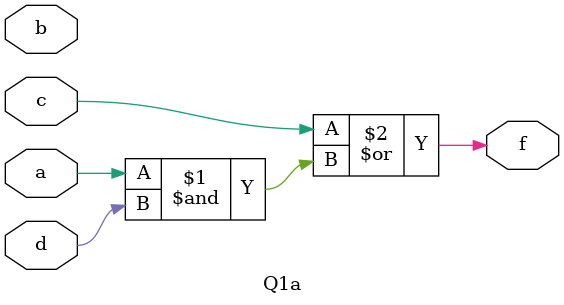
<source format=v>
module Q1a(f,a,b,c,d);
input a,b,c,d;
output f;
assign f = c | (a&d);
endmodule

</source>
